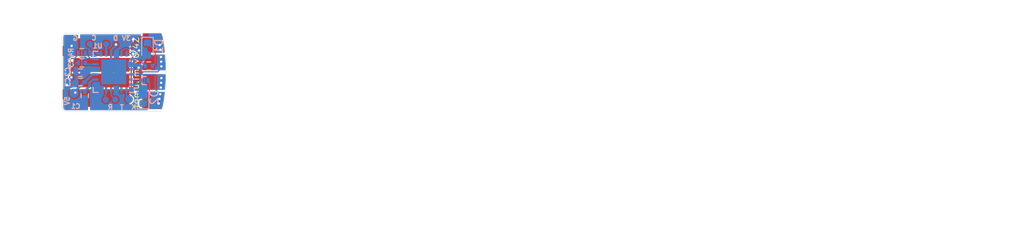
<source format=kicad_pcb>
(kicad_pcb (version 20211014) (generator pcbnew)
  (title_block (title "Tomu, I'm") (date "$Id$") (company "Tim 'mithro' Ansell <mithro@mithis.com>") (comment 1 "License: CC-BY-SA 4.0 or TAPR") (comment 2 "http://tomu.im") (comment 3 "https://github.com/mithro/tomu"))
  (layers (0 "F.Cu" signal) (31 "B.Cu" signal) (34 "B.Paste" user) (35 "F.Paste" user) (36 "B.SilkS" user "B.Silkscreen") (37 "F.SilkS" user "F.Silkscreen") (38 "B.Mask" user) (39 "F.Mask" user) (44 "Edge.Cuts" user))
  (net 0 "")
  (net 1 "GND")
  (net 2 "+3V3")
  (net 3 "/USB_5V")
  (net 4 "Net-(D1-Pad1)")
  (net 5 "Net-(D2-Pad1)")
  (net 6 "/DBG_SWDIO")
  (net 7 "/DBG_SWCLK")
  (net 8 "/USB_D+")
  (net 9 "/USB_D-")
  (net 10 "/DEC")
  (net 11 "/LED1")
  (net 12 "/LED0")
  (net 13 "/RUSB_D+")
  (net 14 "/RUSB_D-")
  (net 15 "/CAP0A")
  (net 16 "/CAP1A")
  (net 17 "/CAP0B")
  (net 18 "/CAP1B")
  (net 19 "/LEU0_RX")
  (net 20 "/LEU0_TX")
  (net 21 "/{slash}RESET")
  (footprint "usb-pcb:USB-PCB" (layer "F.Cu") (at 16.85 27.35)
    (fp_text reference "P3")
    (fp_text value "USB-PCB")
    (pad "1" connect rect locked (at 0.75 -2.875 180) (size 1 1) (layers "F.Cu" "F.Mask") (net 3 "/USB_5V"))
    (pad "1" connect trapezoid locked (at 0.75 -2.25 180) (size 1 1.25) (rect_delta 1 0) (layers "F.Cu" "F.Mask") (net 3 "/USB_5V"))
    (pad "1" connect rect locked (at 5 -2.25) (size 7.5 2.25) (layers "F.Cu" "F.Mask") (net 3 "/USB_5V"))
    (pad "2" connect rect locked (at 5 -4.5) (size 7.5 1.75) (layers "F.Cu" "F.Mask") (net 9 "/USB_D-"))
    (pad "3" connect rect locked (at 5 -6.5) (size 7.5 1.75) (layers "F.Cu" "F.Mask") (net 8 "/USB_D+"))
    (pad "4" connect rect locked (at 0.75 -8.125 180) (size 1 1) (layers "F.Cu" "F.Mask") (net 1 "GND"))
    (pad "4" connect trapezoid locked (at 0.75 -8.75 180) (size 1 1.25) (rect_delta 1 0) (layers "F.Cu" "F.Mask") (net 1 "GND"))
    (pad "4" connect rect locked (at 5 -8.75) (size 7.5 2.25) (layers "F.Cu" "F.Mask") (net 1 "GND"))
  )
  (footprint "Capacitors_SMD:C_0402" (layer "B.Cu") (at 19.9 24.8 90)
    (fp_text reference "C1" (at -1.3472 -1.1558 180) (layer "B.SilkS") (effects (font (size 0.6 0.6)) (justify mirror)))
    (fp_text value "1uF, 10V, X5R, 0402")
    (fp_line (start -0.25 -0.475) (end 0.25 -0.475) (layer "B.SilkS") (width 0.15))
    (fp_line (start 0.25 0.475) (end -0.25 0.475) (layer "B.SilkS") (width 0.15))
    (pad "1" smd rect locked (at -0.55 0 90) (size 0.6 0.5) (layers "B.Cu" "B.Paste" "B.Mask") (net 1 "GND"))
    (pad "2" smd rect locked (at 0.55 0 90) (size 0.6 0.5) (layers "B.Cu" "B.Paste" "B.Mask") (net 10 "/DEC"))
  )
  (footprint "Capacitors_SMD:C_0402" (layer "B.Cu") (at 19.35 21.85 180)
    (fp_text reference "C2" (at 1.6 0.1 270) (layer "B.SilkS") (effects (font (size 0.6 0.6)) (justify mirror)))
    (fp_text value "1uF, 10V, X5R, 0402")
    (fp_line (start 0.25 0.475) (end -0.25 0.475) (layer "B.SilkS") (width 0.15))
    (fp_line (start -0.25 -0.475) (end 0.25 -0.475) (layer "B.SilkS") (width 0.15))
    (pad "1" smd rect locked (at -0.55 0 180) (size 0.6 0.5) (layers "B.Cu" "B.Paste" "B.Mask") (net 2 "+3V3"))
    (pad "2" smd rect locked (at 0.55 0 180) (size 0.6 0.5) (layers "B.Cu" "B.Paste" "B.Mask") (net 1 "GND"))
  )
  (footprint "Capacitors_SMD:C_0402" (layer "B.Cu") (at 19.35 23.05 180)
    (fp_text reference "C3" (at 1.6 0 270) (layer "B.SilkS") (effects (font (size 0.6 0.6)) (justify mirror)))
    (fp_text value "4.7uF, 6.3V, X5R, 0402")
    (fp_line (start -0.25 -0.475) (end 0.25 -0.475) (layer "B.SilkS") (width 0.15))
    (fp_line (start 0.25 0.475) (end -0.25 0.475) (layer "B.SilkS") (width 0.15))
    (pad "1" smd rect locked (at -0.55 0 180) (size 0.6 0.5) (layers "B.Cu" "B.Paste" "B.Mask") (net 3 "/USB_5V"))
    (pad "2" smd rect locked (at 0.55 0 180) (size 0.6 0.5) (layers "B.Cu" "B.Paste" "B.Mask") (net 1 "GND"))
  )
  (footprint "LED_SMD:LED_0603_1608Metric" (layer "B.Cu") (at 27.899382 18.834298 -90)
    (fp_text reference "D1" (at -0.357898 -1.462018 -90) (layer "B.SilkS") (effects (justify mirror)))
    (fp_text value "LED Green 0603")
    (fp_line (start 0.8 0.735) (end -1.485 0.735) (layer "B.SilkS") (width 0.12))
    (fp_line (start -1.485 0.735) (end -1.485 -0.735) (layer "B.SilkS") (width 0.12))
    (fp_line (start -1.485 -0.735) (end 0.8 -0.735) (layer "B.SilkS") (width 0.12))
    (pad "1" smd roundrect (at -0.7875 0 270) (size 0.875 0.95) (layers "B.Cu" "B.Paste" "B.Mask") (net 4 "Net-(D1-Pad1)"))
    (pad "2" smd roundrect (at 0.7875 0 270) (size 0.875 0.95) (layers "B.Cu" "B.Paste" "B.Mask") (net 2 "+3V3"))
  )
  (footprint "LED_SMD:LED_0603_1608Metric" (layer "B.Cu") (at 27.331587 24.999329 90)
    (fp_text reference "D2" (at 0 1.43 270) (layer "B.SilkS") (effects (justify mirror)))
    (fp_text value "LED, Red, 0603")
    (fp_line (start -1.485 0.735) (end -1.485 -0.735) (layer "B.SilkS") (width 0.12))
    (fp_line (start 0.8 0.735) (end -1.485 0.735) (layer "B.SilkS") (width 0.12))
    (fp_line (start -1.485 -0.735) (end 0.8 -0.735) (layer "B.SilkS") (width 0.12))
    (pad "1" smd roundrect (at -0.7875 0 90) (size 0.875 0.95) (layers "B.Cu" "B.Paste" "B.Mask") (net 5 "Net-(D2-Pad1)"))
    (pad "2" smd roundrect (at 0.7875 0 90) (size 0.875 0.95) (layers "B.Cu" "B.Paste" "B.Mask") (net 2 "+3V3"))
  )
  (footprint "Resistors_SMD:R_0402" (layer "B.Cu") (at 28.0777 21.009781)
    (fp_text reference "R1" hide)
    (fp_text value "100 Ohm, 1%, 1/16W, 0402")
    (fp_line (start 0.25 0.525) (end -0.25 0.525) (layer "B.SilkS") (width 0.15))
    (fp_line (start -0.25 -0.525) (end 0.25 -0.525) (layer "B.SilkS") (width 0.15))
    (pad "1" smd rect locked (at -0.45 0) (size 0.4 0.6) (layers "B.Cu" "B.Paste" "B.Mask") (net 11 "/LED1"))
    (pad "2" smd rect locked (at 0.45 0) (size 0.4 0.6) (layers "B.Cu" "B.Paste" "B.Mask") (net 4 "Net-(D1-Pad1)"))
  )
  (footprint "Resistors_SMD:R_0402" (layer "B.Cu") (at 27.5 22.86 180)
    (fp_text reference "R2" hide)
    (fp_text value "100 Ohm, 1%, 1/16W, 0402")
    (fp_line (start 0.25 0.525) (end -0.25 0.525) (layer "B.SilkS") (width 0.15))
    (fp_line (start -0.25 -0.525) (end 0.25 -0.525) (layer "B.SilkS") (width 0.15))
    (pad "1" smd rect locked (at -0.45 0 180) (size 0.4 0.6) (layers "B.Cu" "B.Paste" "B.Mask") (net 5 "Net-(D2-Pad1)"))
    (pad "2" smd rect locked (at 0.45 0 180) (size 0.4 0.6) (layers "B.Cu" "B.Paste" "B.Mask") (net 12 "/LED0"))
  )
  (footprint "Resistors_SMD:R_0402" (layer "B.Cu") (at 19.525 20.6)
    (fp_text reference "R3" (at -1.375 0 90) (layer "B.SilkS") (effects (font (size 0.6 0.6)) (justify mirror)))
    (fp_text value "15 Ohm, 1%, 1/16W, 0402")
    (fp_line (start 0.25 0.525) (end -0.25 0.525) (layer "B.SilkS") (width 0.15))
    (fp_line (start -0.25 -0.525) (end 0.25 -0.525) (layer "B.SilkS") (width 0.15))
    (pad "1" smd rect locked (at -0.45 0) (size 0.4 0.6) (layers "B.Cu" "B.Paste" "B.Mask") (net 9 "/USB_D-"))
    (pad "2" smd rect locked (at 0.45 0) (size 0.4 0.6) (layers "B.Cu" "B.Paste" "B.Mask") (net 14 "/RUSB_D-"))
  )
  (footprint "Resistors_SMD:R_0402" (layer "B.Cu") (at 19.525 19.3)
    (fp_text reference "R4" (at -1.375 0 90) (layer "B.SilkS") (effects (font (size 0.6 0.6)) (justify mirror)))
    (fp_text value "15 Ohm, 1%, 1/16W, 0402")
    (fp_line (start 0.25 0.525) (end -0.25 0.525) (layer "B.SilkS") (width 0.15))
    (fp_line (start -0.25 -0.525) (end 0.25 -0.525) (layer "B.SilkS") (width 0.15))
    (pad "1" smd rect locked (at -0.45 0) (size 0.4 0.6) (layers "B.Cu" "B.Paste" "B.Mask") (net 8 "/USB_D+"))
    (pad "2" smd rect locked (at 0.45 0) (size 0.4 0.6) (layers "B.Cu" "B.Paste" "B.Mask") (net 13 "/RUSB_D+"))
  )
  (footprint "Housings_DFN_QFN:QFN-24-1EP_5x5mm_Pitch0.65mm" (layer "B.Cu") (at 23.6 21.75 180)
    (fp_text reference "U1" (at 2.05 3.31) (layer "B.SilkS") (effects (font (size 0.6 0.6)) (justify mirror)))
    (fp_text value "EFM32HG309")
    (fp_line (start -2.625 -2.625) (end -2.625 -2) (layer "B.SilkS") (width 0.15))
    (fp_line (start 2.625 -2.625) (end 2.625 -2) (layer "B.SilkS") (width 0.15))
    (fp_line (start 2.625 2.625) (end 2 2.625) (layer "B.SilkS") (width 0.15))
    (fp_line (start 2.625 2.625) (end 2.625 2) (layer "B.SilkS") (width 0.15))
    (fp_line (start 2.625 -2.625) (end 2 -2.625) (layer "B.SilkS") (width 0.15))
    (fp_line (start -2.625 -2.625) (end -2 -2.625) (layer "B.SilkS") (width 0.15))
    (fp_line (start -2.625 2.625) (end -2 2.625) (layer "B.SilkS") (width 0.15))
    (pad "1" smd rect locked (at -2.325 1.625 180) (size 0.75 0.3) (layers "B.Cu" "B.Paste" "B.Mask") (net 11 "/LED1"))
    (pad "2" smd rect locked (at -2.325 0.975 180) (size 0.75 0.3) (layers "B.Cu" "B.Paste" "B.Mask") (net 2 "+3V3"))
    (pad "3" smd rect locked (at -2.325 0.325 180) (size 0.75 0.3) (layers "B.Cu" "B.Paste" "B.Mask") (net 15 "/CAP0A"))
    (pad "4" smd rect locked (at -2.325 -0.325 180) (size 0.75 0.3) (layers "B.Cu" "B.Paste" "B.Mask") (net 16 "/CAP1A"))
    (pad "5" smd rect locked (at -2.325 -0.975 180) (size 0.75 0.3) (layers "B.Cu" "B.Paste" "B.Mask") (net 12 "/LED0"))
    (pad "6" smd rect locked (at -2.325 -1.625 180) (size 0.75 0.3) (layers "B.Cu" "B.Paste" "B.Mask"))
    (pad "7" smd rect locked (at -1.625 -2.325 90) (size 0.75 0.3) (layers "B.Cu" "B.Paste" "B.Mask") (net 21 "/{slash}RESET"))
    (pad "8" smd rect locked (at -0.975 -2.325 90) (size 0.75 0.3) (layers "B.Cu" "B.Paste" "B.Mask"))
    (pad "9" smd rect locked (at -0.325 -2.325 90) (size 0.75 0.3) (layers "B.Cu" "B.Paste" "B.Mask") (net 2 "+3V3"))
    (pad "10" smd rect locked (at 0.325 -2.325 90) (size 0.75 0.3) (layers "B.Cu" "B.Paste" "B.Mask") (net 20 "/LEU0_TX"))
    (pad "11" smd rect locked (at 0.975 -2.325 90) (size 0.75 0.3) (layers "B.Cu" "B.Paste" "B.Mask") (net 19 "/LEU0_RX"))
    (pad "12" smd rect locked (at 1.625 -2.325 90) (size 0.75 0.3) (layers "B.Cu" "B.Paste" "B.Mask") (net 2 "+3V3"))
    (pad "13" smd rect locked (at 2.325 -1.625 180) (size 0.75 0.3) (layers "B.Cu" "B.Paste" "B.Mask") (net 2 "+3V3"))
    (pad "14" smd rect locked (at 2.325 -0.975 180) (size 0.75 0.3) (layers "B.Cu" "B.Paste" "B.Mask") (net 10 "/DEC"))
    (pad "15" smd rect locked (at 2.325 -0.325 180) (size 0.75 0.3) (layers "B.Cu" "B.Paste" "B.Mask") (net 3 "/USB_5V"))
    (pad "16" smd rect locked (at 2.325 0.325 180) (size 0.75 0.3) (layers "B.Cu" "B.Paste" "B.Mask") (net 2 "+3V3"))
    (pad "17" smd rect locked (at 2.325 0.975 180) (size 0.75 0.3) (layers "B.Cu" "B.Paste" "B.Mask") (net 14 "/RUSB_D-"))
    (pad "18" smd rect locked (at 2.325 1.625 180) (size 0.75 0.3) (layers "B.Cu" "B.Paste" "B.Mask") (net 13 "/RUSB_D+"))
    (pad "19" smd rect locked (at 1.625 2.325 90) (size 0.75 0.3) (layers "B.Cu" "B.Paste" "B.Mask") (net 7 "/DBG_SWCLK"))
    (pad "20" smd rect locked (at 0.975 2.325 90) (size 0.75 0.3) (layers "B.Cu" "B.Paste" "B.Mask") (net 6 "/DBG_SWDIO"))
    (pad "21" smd rect locked (at 0.325 2.325 90) (size 0.75 0.3) (layers "B.Cu" "B.Paste" "B.Mask") (net 1 "GND"))
    (pad "22" smd rect locked (at -0.325 2.325 90) (size 0.75 0.3) (layers "B.Cu" "B.Paste" "B.Mask") (net 2 "+3V3"))
    (pad "23" smd rect locked (at -0.975 2.325 90) (size 0.75 0.3) (layers "B.Cu" "B.Paste" "B.Mask") (net 17 "/CAP0B"))
    (pad "24" smd rect locked (at -1.625 2.325 90) (size 0.75 0.3) (layers "B.Cu" "B.Paste" "B.Mask") (net 18 "/CAP1B"))
    (pad "25" smd rect locked (at -0.8 0.8 180) (size 1.6 1.6) (layers "B.Cu" "B.Paste" "B.Mask") (net 1 "GND"))
    (pad "25" smd rect locked (at -0.8 -0.8 180) (size 1.6 1.6) (layers "B.Cu" "B.Paste" "B.Mask") (net 1 "GND"))
    (pad "25" smd rect locked (at 0.8 0.8 180) (size 1.6 1.6) (layers "B.Cu" "B.Paste" "B.Mask") (net 1 "GND"))
    (pad "25" smd rect locked (at 0.8 -0.8 180) (size 1.6 1.6) (layers "B.Cu" "B.Paste" "B.Mask") (net 1 "GND"))
  )
  (footprint "usb-pcb:pads-1x3" (layer "B.Cu") (at 18.033983 18.209869 -90)
    (fp_text reference "P2")
    (fp_text value "DEBUG")
    (pad "1" smd rect (at 0 0 270) (size 0.8 0.8) (layers "B.Cu" "B.Mask") (net 1 "GND"))
    (pad "2" smd oval (at -0.017355 -2.504737 270) (size 0.8 0.8) (layers "B.Cu" "B.Mask") (net 7 "/DBG_SWCLK"))
    (pad "3" smd oval (at -0.017355 -4.595925 270) (size 0.8 0.8) (layers "B.Cu" "B.Mask") (net 6 "/DBG_SWDIO"))
  )
  (footprint "usb-pcb:pads-1x1" (layer "B.Cu") (at 25.55 22.85 180)
    (fp_text reference "P4")
    (fp_text value "RESET_PAD")
    (pad "1" smd oval locked (at 0 -2.4 180) (size 1 1) (layers "B.Cu" "B.Mask") (net 21 "/{slash}RESET"))
  )
  (footprint "usb-pcb:pads-1x3-slim" (layer "B.Cu") (at 21.425425 25.311314 -90)
    (fp_text reference "P1")
    (fp_text value "USART0")
    (pad "1" smd rect (at -0.013284 0.035085 270) (size 0.8 0.8) (layers "B.Cu" "B.Mask") (net 2 "+3V3"))
    (pad "2" smd oval (at 0.015143 -1.165799 270) (size 0.8 0.8) (layers "B.Cu" "B.Mask") (net 19 "/LEU0_RX"))
    (pad "3" smd oval (at -0.015051 -2.366049 270) (size 0.8 0.8) (layers "B.Cu" "B.Mask") (net 20 "/LEU0_TX"))
  )
  (footprint "usb-pcb:pads-1x1" (layer "B.Cu") (at 20.92 24.49 90)
    (fp_text reference "P5")
    (fp_text value "5V_PAD")
    (pad "1" smd oval locked (at 0 -2.4 90) (size 1.2 1.2) (layers "B.Cu" "B.Mask") (net 3 "/USB_5V"))
  )
  (footprint "usb-pcb:pads-1x1" (layer "B.Cu") (at 25.31 18.22)
    (fp_text reference "P6")
    (fp_text value "3V_PAD")
    (pad "1" smd oval locked (at 0 0) (size 0.8 0.6) (layers "B.Cu" "B.Mask") (net 2 "+3V3"))
  )
  (gr_circle (center 26.5 19.4) (end 26.58 19.46) (layer "B.SilkS") (width 0.2) (fill none))
  (gr_line (start 30.198221 20.316525) (end 30.198221 20.186525) (layer "Edge.Cuts") (width 0.05))
  (gr_line locked (start 29.908221 17.706525) (end 29.888221 17.562) (layer "Edge.Cuts") (width 0.05))
  (gr_line (start 29.958221 17.996525) (end 29.948221 17.896525) (layer "Edge.Cuts") (width 0.05))
  (gr_line (start 30.218221 22.856525) (end 30.228221 22.726525) (layer "Edge.Cuts") (width 0.05))
  (gr_line (start 30.228221 22.726525) (end 30.228221 22.596525) (layer "Edge.Cuts") (width 0.05))
  (gr_line (start 29.868221 26.036525) (end 29.888221 25.946525) (layer "Edge.Cuts") (width 0.05))
  (gr_arc (start 17.017 17.308) (mid 17.16579 16.94879) (end 17.525001 16.8) (layer "Edge.Cuts") (width 0.05))
  (gr_line (start 30.028221 18.406525) (end 30.008221 18.296525) (layer "Edge.Cuts") (width 0.05))
  (gr_line (start 30.218221 20.716525) (end 30.218221 20.576525) (layer "Edge.Cuts") (width 0.05))
  (gr_line (start 30.108221 24.496525) (end 30.118221 24.376525) (layer "Edge.Cuts") (width 0.05))
  (gr_line (start 29.8186 17.2064) (end 29.7678 17.054) (layer "Edge.Cuts") (width 0.05))
  (gr_line (start 30.208221 23.126525) (end 30.218221 22.996525) (layer "Edge.Cuts") (width 0.05))
  (gr_line (start 30.228221 20.846525) (end 30.218221 20.716525) (layer "Edge.Cuts") (width 0.05))
  (gr_line (start 30.188221 23.516525) (end 30.198221 23.386525) (layer "Edge.Cuts") (width 0.05))
  (gr_line (start 30.068221 18.726525) (end 30.058221 18.616525) (layer "Edge.Cuts") (width 0.05))
  (gr_line (start 29.717 16.9016) (end 29.6662 16.8) (layer "Edge.Cuts") (width 0.05))
  (gr_line (start 30.188221 20.056525) (end 30.178221 19.936525) (layer "Edge.Cuts") (width 0.05))
  (gr_line (start 30.218221 20.576525) (end 30.208221 20.446525) (layer "Edge.Cuts") (width 0.05))
  (gr_line (start 17.017 17.308006) (end 17.017 26.300006) (layer "Edge.Cuts") (width 0.05))
  (gr_line (start 29.978221 25.476525) (end 29.998221 25.376525) (layer "Edge.Cuts") (width 0.05))
  (gr_line (start 29.978221 18.096525) (end 29.958221 17.996525) (layer "Edge.Cuts") (width 0.05))
  (gr_line (start 30.228221 22.456525) (end 30.238221 22.326525) (layer "Edge.Cuts") (width 0.05))
  (gr_line (start 30.198221 23.386525) (end 30.198221 23.256525) (layer "Edge.Cuts") (width 0.05))
  (gr_line (start 29.7678 17.054) (end 29.717 16.9016) (layer "Edge.Cuts") (width 0.05))
  (gr_line (start 29.798221 26.356525) (end 29.818221 26.286525) (layer "Edge.Cuts") (width 0.05))
  (gr_line (start 29.838221 26.206525) (end 29.858221 26.126525) (layer "Edge.Cuts") (width 0.05))
  (gr_line (start 29.768221 26.436525) (end 29.798221 26.356525) (layer "Edge.Cuts") (width 0.05))
  (gr_line (start 30.078221 24.726525) (end 30.098221 24.616525) (layer "Edge.Cuts") (width 0.05))
  (gr_line (start 30.228221 20.976525) (end 30.228221 20.846525) (layer "Edge.Cuts") (width 0.05))
  (gr_line (start 30.158221 19.686525) (end 30.148221 19.556525) (layer "Edge.Cuts") (width 0.05))
  (gr_line (start 30.138221 19.436525) (end 30.128221 19.316525) (layer "Edge.Cuts") (width 0.05))
  (gr_line (start 30.128221 24.256525) (end 30.138221 24.136525) (layer "Edge.Cuts") (width 0.05))
  (gr_line (start 30.238221 21.656525) (end 30.238221 21.516525) (layer "Edge.Cuts") (width 0.05))
  (gr_line (start 30.238221 21.516525) (end 30.238221 21.386525) (layer "Edge.Cuts") (width 0.05))
  (gr_line (start 30.198221 20.186525) (end 30.188221 20.056525) (layer "Edge.Cuts") (width 0.05))
  (gr_line (start 30.038221 18.506525) (end 30.028221 18.406525) (layer "Edge.Cuts") (width 0.05))
  (gr_line (start 30.008221 18.296525) (end 29.998221 18.196525) (layer "Edge.Cuts") (width 0.05))
  (gr_line (start 30.238221 22.056525) (end 30.238221 21.916525) (layer "Edge.Cuts") (width 0.05))
  (gr_line (start 29.888221 17.562) (end 29.8694 17.3588) (layer "Edge.Cuts") (width 0.05))
  (gr_line (start 29.525 26.8076) (end 29.738221 26.486525) (layer "Edge.Cuts") (width 0.05))
  (gr_line (start 30.228221 21.116525) (end 30.228221 20.976525) (layer "Edge.Cuts") (width 0.05))
  (gr_line (start 29.998221 18.196525) (end 29.978221 18.096525) (layer "Edge.Cuts") (width 0.05))
  (gr_line (start 30.038221 25.066525) (end 30.058221 24.956525) (layer "Edge.Cuts") (width 0.05))
  (gr_line (start 30.238221 21.246525) (end 30.228221 21.116525) (layer "Edge.Cuts") (width 0.05))
  (gr_line (start 29.998221 25.376525) (end 30.008221 25.276525) (layer "Edge.Cuts") (width 0.05))
  (gr_line (start 29.738221 26.486525) (end 29.768221 26.436525) (layer "Edge.Cuts") (width 0.05))
  (gr_line (start 30.138221 24.136525) (end 30.148221 24.016525) (layer "Edge.Cuts") (width 0.05))
  (gr_line (start 29.948221 25.676525) (end 29.958221 25.576525) (layer "Edge.Cuts") (width 0.05))
  (gr_line (start 30.238221 21.916525) (end 30.238221 21.786525) (layer "Edge.Cuts") (width 0.05))
  (gr_line (start 29.888221 25.946525) (end 29.908221 25.866525) (layer "Edge.Cuts") (width 0.05))
  (gr_line (start 29.8694 17.3588) (end 29.8186 17.2064) (layer "Edge.Cuts") (width 0.05))
  (gr_line (start 30.068221 24.846525) (end 30.078221 24.726525) (layer "Edge.Cuts") (width 0.05))
  (gr_line (start 30.078221 18.846525) (end 30.068221 18.726525) (layer "Edge.Cuts") (width 0.05))
  (gr_line (start 29.958221 25.576525) (end 29.978221 25.476525) (layer "Edge.Cuts") (width 0.05))
  (gr_line (start 17.525 16.8) (end 29.6662 16.8) (layer "Edge.Cuts") (width 0.05))
  (gr_line (start 30.178221 23.636525) (end 30.188221 23.516525) (layer "Edge.Cuts") (width 0.05))
  (gr_line (start 30.108221 19.076525) (end 30.098221 18.956525) (layer "Edge.Cuts") (width 0.05))
  (gr_line (start 29.908221 25.866525) (end 29.928221 25.766525) (layer "Edge.Cuts") (width 0.05))
  (gr_line (start 30.218221 22.996525) (end 30.218221 22.856525) (layer "Edge.Cuts") (width 0.05))
  (gr_line (start 29.818221 26.286525) (end 29.838221 26.206525) (layer "Edge.Cuts") (width 0.05))
  (gr_line (start 30.118221 19.196525) (end 30.108221 19.076525) (layer "Edge.Cuts") (width 0.05))
  (gr_line (start 29.928221 17.806525) (end 29.908221 17.706525) (layer "Edge.Cuts") (width 0.05))
  (gr_line (start 30.178221 19.936525) (end 30.168221 19.806525) (layer "Edge.Cuts") (width 0.05))
  (gr_line (start 30.168221 23.766525) (end 30.178221 23.636525) (layer "Edge.Cuts") (width 0.05))
  (gr_line (start 30.198221 23.256525) (end 30.208221 23.126525) (layer "Edge.Cuts") (width 0.05))
  (gr_line (start 29.948221 17.896525) (end 29.928221 17.806525) (layer "Edge.Cuts") (width 0.05))
  (gr_line (start 29.928221 25.766525) (end 29.948221 25.676525) (layer "Edge.Cuts") (width 0.05))
  (gr_line (start 29.858221 26.126525) (end 29.868221 26.036525) (layer "Edge.Cuts") (width 0.05))
  (gr_line (start 30.148221 24.016525) (end 30.158221 23.886525) (layer "Edge.Cuts") (width 0.05))
  (gr_line (start 17.525 26.8076) (end 29.525 26.8076) (layer "Edge.Cuts") (width 0.05))
  (gr_line (start 30.118221 24.376525) (end 30.128221 24.256525) (layer "Edge.Cuts") (width 0.05))
  (gr_arc (start 17.525 26.8076) (mid 17.165874 26.659013) (end 17.017 26.300006) (layer "Edge.Cuts") (width 0.05))
  (gr_line (start 30.228221 22.596525) (end 30.228221 22.456525) (layer "Edge.Cuts") (width 0.05))
  (gr_line (start 30.238221 21.386525) (end 30.238221 21.246525) (layer "Edge.Cuts") (width 0.05))
  (gr_line (start 30.128221 19.316525) (end 30.118221 19.196525) (layer "Edge.Cuts") (width 0.05))
  (gr_line (start 30.238221 22.326525) (end 30.238221 22.186525) (layer "Edge.Cuts") (width 0.05))
  (gr_line (start 30.238221 22.186525) (end 30.238221 22.056525) (layer "Edge.Cuts") (width 0.05))
  (gr_line (start 30.148221 19.556525) (end 30.138221 19.436525) (layer "Edge.Cuts") (width 0.05))
  (gr_line (start 30.098221 18.956525) (end 30.078221 18.846525) (layer "Edge.Cuts") (width 0.05))
  (gr_line (start 30.098221 24.616525) (end 30.108221 24.496525) (layer "Edge.Cuts") (width 0.05))
  (gr_line (start 30.238221 21.786525) (end 30.238221 21.656525) (layer "Edge.Cuts") (width 0.05))
  (gr_line (start 30.008221 25.276525) (end 30.028221 25.166525) (layer "Edge.Cuts") (width 0.05))
  (gr_line (start 30.168221 19.806525) (end 30.158221 19.686525) (layer "Edge.Cuts") (width 0.05))
  (gr_line (start 30.058221 24.956525) (end 30.068221 24.846525) (layer "Edge.Cuts") (width 0.05))
  (gr_line (start 30.158221 23.886525) (end 30.168221 23.766525) (layer "Edge.Cuts") (width 0.05))
  (gr_line (start 30.208221 20.446525) (end 30.198221 20.316525) (layer "Edge.Cuts") (width 0.05))
  (gr_line (start 30.058221 18.616525) (end 30.038221 18.506525) (layer "Edge.Cuts") (width 0.05))
  (gr_line (start 30.028221 25.166525) (end 30.038221 25.066525) (layer "Edge.Cuts") (width 0.05))
  (gr_text "T" (at 24.637 26.281499) (layer "B.SilkS") (effects (font (size 0.6 0.6)) (justify mirror)))
  (gr_text "C" (at 21.081 17.4096) (layer "B.SilkS") (effects (font (size 0.6 0.6)) (justify mirror)))
  (gr_text "D" (at 23.8242 17.4604) (layer "B.SilkS") (effects (font (size 0.6 0.6)) (justify mirror)))
  (gr_text "X" (at 26.149703 26.227919) (layer "B.SilkS") (effects (font (size 0.6 0.6)) (justify mirror)))
  (gr_text "3V" (at 25.1958 17.4604) (layer "B.SilkS") (effects (font (size 0.6 0.6)) (justify mirror)))
  (gr_text "G" (at 18.6934 17.4604) (layer "B.SilkS") (effects (font (size 0.6 0.6)) (justify mirror)))
  (gr_text "5V" (at 17.67 25.46 90) (layer "B.SilkS") (effects (font (size 0.6 0.6)) (justify mirror)))
  (gr_text "R" (at 23.1638 26.2488) (layer "B.SilkS") (effects (font (size 0.6 0.6)) (justify mirror)))
  (gr_text "tomu.im v0.4Z" (at 26.451169 26.448408 90) (layer "F.SilkS") (effects (font (size 0.7 0.84) (thickness 0.1)) (justify left)))
  (segment (start 17.45 19.2) (end 18.225 18.425) (width 0.1524) (layer "F.Cu") (net 1))
  (segment (start 18.2 18.45) (end 18.225 18.425) (width 0.1524) (layer "F.Cu") (net 1))
  (segment (start 18.225 18.425) (end 18.225 18.6) (width 0.1524) (layer "F.Cu") (net 1))
  (segment (start 17.6 18.45) (end 18.2 18.45) (width 0.1524) (layer "F.Cu") (net 1))
  (segment (start 18.225 18.6) (end 17.6 19.225) (width 0.1524) (layer "F.Cu") (net 1))
  (segment (start 17.647598 23.45) (end 17.45 23.252402) (width 0.5) (layer "F.Cu") (net 1))
  (segment (start 21.7 18.6) (end 21.525 18.425) (width 0.1524) (layer "F.Cu") (net 1))
  (segment (start 21.525 18.425) (end 18.225 18.425) (width 0.1524) (layer "F.Cu") (net 1))
  (segment (start 17.45 23.252402) (end 17.45 19.2) (width 0.5) (layer "F.Cu") (net 1))
  (via (at 23.88 18.26) (size 0.6) (drill 0.3) (layers "F.Cu" "B.Cu") (net 1))
  (via (at 17.647598 23.45) (size 0.6) (drill 0.3) (layers "F.Cu" "B.Cu") (net 1))
  (via (at 18.225 18.425) (size 0.6) (drill 0.3) (layers "F.Cu" "B.Cu") (net 1))
  (segment (start 18.725 23.05) (end 17.425 23.05) (width 0.1524) (layer "B.Cu") (net 1))
  (segment (start 17.647598 24.673928) (end 17.647598 23.45) (width 0.1524) (layer "B.Cu") (net 1))
  (segment (start 23.891091 18.37) (end 23.891091 18.29434) (width 0.3048) (layer "B.Cu") (net 1))
  (segment (start 18.047598 23.05) (end 17.647598 23.45) (width 0.1524) (layer "B.Cu") (net 1))
  (segment (start 22.8 20.95) (end 24.4 20.95) (width 0.1524) (layer "B.Cu") (net 1))
  (segment (start 23.275 18.986091) (end 23.891091 18.37) (width 0.3048) (layer "B.Cu") (net 1))
  (segment (start 17.925001 18.724999) (end 17.925001 18.924999) (width 0.1524) (layer "B.Cu") (net 1))
  (segment (start 23.275 19.425) (end 23.275 20.475) (width 0.3048) (layer "B.Cu") (net 1))
  (segment (start 17.975 18.175) (end 18.225 18.425) (width 0.1524) (layer "B.Cu") (net 1))
  (segment (start 18.8 23.05) (end 18.047598 23.05) (width 0.1524) (layer "B.Cu") (net 1))
  (segment (start 23.275 19.425) (end 23.275 18.986091) (width 0.3048) (layer "B.Cu") (net 1))
  (segment (start 18.725 21.85) (end 18.725 23.05) (width 0.1524) (layer "B.Cu") (net 1))
  (segment (start 23.275 20.475) (end 22.8 20.95) (width 0.1524) (layer "B.Cu") (net 1))
  (segment (start 24.4 20.95) (end 24.4 22.55) (width 0.1524) (layer "B.Cu") (net 1))
  (segment (start 17.975 17.9) (end 17.975 18.175) (width 0.1524) (layer "B.Cu") (net 1))
  (segment (start 24.4 22.55) (end 22.8 22.55) (width 0.1524) (layer "B.Cu") (net 1))
  (segment (start 17.925001 18.724999) (end 18.225 18.425) (width 0.1524) (layer "B.Cu") (net 1))
  (segment (start 23.255 20.495) (end 22.8 20.95) (width 0.1524) (layer "B.Cu") (net 1))
  (segment (start 26.777645 21.218159) (end 26.55 21.445804) (width 0.6) (layer "F.Cu") (net 2))
  (segment (start 26.356701 24.315711) (end 26.356701 24.306701) (width 0.1524) (layer "F.Cu") (net 2))
  (segment (start 26.55 21.445804) (end 26.55 23.95) (width 0.6) (layer "F.Cu") (net 2))
  (segment (start 26.356701 24.315711) (end 26.356701 24.143299) (width 0.1524) (layer "F.Cu") (net 2))
  (segment (start 26.057713 17.613319) (end 26.052402 17.588867) (width 0.6) (layer "F.Cu") (net 2))
  (segment (start 26.777645 21.218159) (end 26.777645 20.824801) (width 0.1524) (layer "F.Cu") (net 2))
  (segment (start 26.55 23.95) (end 26.5 24) (width 0.6) (layer "F.Cu") (net 2))
  (segment (start 26.057713 17.613319) (end 26.057713 18.251005) (width 0.1524) (layer "F.Cu") (net 2))
  (segment (start 26.777645 20.824801) (end 27.301223 20.301223) (width 0.1524) (layer "F.Cu") (net 2))
  (segment (start 26.356701 24.143299) (end 26.5 24) (width 0.1524) (layer "F.Cu") (net 2))
  (segment (start 26.057713 18.251005) (end 26.819323 19.012615) (width 0.1524) (layer "F.Cu") (net 2))
  (via (at 26.819323 19.012615) (size 0.6) (drill 0.3) (layers "F.Cu" "B.Cu") (net 2))
  (via (at 26.057713 17.613319) (size 0.6) (drill 0.3) (layers "F.Cu" "B.Cu") (net 2))
  (via (at 26.356701 24.315711) (size 0.6) (drill 0.3) (layers "F.Cu" "B.Cu") (net 2))
  (via (at 26.777645 21.218159) (size 0.6) (drill 0.3) (layers "F.Cu" "B.Cu") (net 2))
  (via (at 26.057713 17.613319) (size 0.6) (drill 0.3) (layers "F.Cu" "B.Cu") (net 2))
  (segment (start 23.95 24.55) (end 23.95 24.1) (width 0.1524) (layer "B.Cu") (net 2))
  (segment (start 19.825 21.85) (end 20.275 21.85) (width 0.1524) (layer "B.Cu") (net 2))
  (segment (start 21.975 24.075) (end 21.975 24.175) (width 0.1524) (layer "B.Cu") (net 2))
  (segment (start 21.975 24.175) (end 21.678601 24.471399) (width 0.1524) (layer "B.Cu") (net 2))
  (segment (start 21.295 24.39) (end 21.295 24.07) (width 0.1524) (layer "B.Cu") (net 2))
  (segment (start 20.7 21.425) (end 21.275 21.425) (width 0.1524) (layer "B.Cu") (net 2))
  (segment (start 21.295 24.07) (end 21.295 23.395) (width 0.1524) (layer "B.Cu") (net 2))
  (segment (start 21.295 23.395) (end 21.275 23.375) (width 0.1524) (layer "B.Cu") (net 2))
  (segment (start 21.75 24.35) (end 21.975 24.125) (width 0.1524) (layer "B.Cu") (net 2))
  (segment (start 24.303601 24.678601) (end 24.175 24.55) (width 0.1524) (layer "B.Cu") (net 2))
  (segment (start 23.95 24.1) (end 23.925 24.075) (width 0.1524) (layer "B.Cu") (net 2))
  (segment (start 23.925 24.1984) (end 23.925 24.075) (width 0.1524) (layer "B.Cu") (net 2))
  (segment (start 21.75 24.15) (end 21.75 24.35) (width 0.1524) (layer "B.Cu") (net 2))
  (segment (start 21.295 24.07) (end 21.97 24.07) (width 0.1524) (layer "B.Cu") (net 2))
  (segment (start 21.478601 24.471399) (end 21.307202 24.3) (width 0.1524) (layer "B.Cu") (net 2))
  (segment (start 20.275 21.85) (end 20.7 21.425) (width 0.1524) (layer "B.Cu") (net 2))
  (segment (start 21.97 24.07) (end 21.975 24.075) (width 0.1524) (layer "B.Cu") (net 2))
  (segment (start 23.925 19.116534) (end 25.428215 17.613319) (width 0.1524) (layer "B.Cu") (net 2))
  (segment (start 25.428215 17.613319) (end 25.633449 17.613319) (width 0.1524) (layer "B.Cu") (net 2))
  (segment (start 23.925 19.425) (end 23.925 19.05) (width 0.4) (layer "B.Cu") (net 2))
  (segment (start 21.975 24.125) (end 21.975 24.075) (width 0.1524) (layer "B.Cu") (net 2))
  (segment (start 24.175 24.55) (end 23.95 24.55) (width 0.1524) (layer "B.Cu") (net 2))
  (segment (start 19.9 21.85) (end 19.535 21.485) (width 0.1524) (layer "B.Cu") (net 2))
  (segment (start 21.678601 24.471399) (end 21.478601 24.471399) (width 0.1524) (layer "B.Cu") (net 2))
  (segment (start 23.925 19.425) (end 23.925 19.116534) (width 0.1524) (layer "B.Cu") (net 2))
  (segment (start 25.633449 17.613319) (end 26.057713 17.613319) (width 0.1524) (layer "B.Cu") (net 2))
  (segment (start 17.775 25.2) (end 22.025 25.2) (width 0.1524) (layer "F.Cu") (net 3))
  (segment (start 17.775 24.425) (end 17.775 25.2) (width 0.1524) (layer "F.Cu") (net 3))
  (segment (start 17.8 25.175) (end 17.775 25.2) (width 0.1524) (layer "F.Cu") (net 3))
  (via (at 18.7 24.4) (size 0.6) (drill 0.3) (layers "F.Cu" "B.Cu") (net 3))
  (segment (start 18.7 24.2) (end 18.7 24.4) (width 0.1524) (layer "B.Cu") (net 3))
  (segment (start 20.875 22.075) (end 19.9 23.05) (width 0.3048) (layer "B.Cu") (net 3))
  (segment (start 19.825 23.05) (end 19.775 23.05) (width 0.1524) (layer "B.Cu") (net 3))
  (segment (start 19.85 23.05) (end 18.7 24.2) (width 0.3048) (layer "B.Cu") (net 3))
  (segment (start 20.025 23.05) (end 19.825 23.05) (width 0.1524) (layer "B.Cu") (net 3))
  (segment (start 19.925 23.2) (end 19.875 23.2) (width 0.1524) (layer "B.Cu") (net 3))
  (segment (start 19.9 23.05) (end 19.85 23.05) (width 0.1524) (layer "B.Cu") (net 3))
  (segment (start 21.275 22.075) (end 20.875 22.075) (width 0.3048) (layer "B.Cu") (net 3))
  (segment (start 27.899382 18.046798) (end 28.897964 19.04538) (width 0.1524) (layer "B.Cu") (net 4))
  (segment (start 28.645419 21.009781) (end 28.5277 21.009781) (width 0.1524) (layer "B.Cu") (net 4))
  (segment (start 28.897964 19.04538) (end 28.897964 20.757236) (width 0.1524) (layer "B.Cu") (net 4))
  (segment (start 28.897964 20.757236) (end 28.645419 21.009781) (width 0.1524) (layer "B.Cu") (net 4))
  (segment (start 27.95 22.86) (end 28.152397 23.062397) (width 0.1524) (layer "B.Cu") (net 5))
  (segment (start 28.153833 25.156727) (end 27.513824 25.796736) (width 0.1524) (layer "B.Cu") (net 5))
  (segment (start 28.153833 24.536626) (end 28.153833 25.156727) (width 0.1524) (layer "B.Cu") (net 5))
  (segment (start 27.513824 25.796736) (end 27.430653 25.796736) (width 0.1524) (layer "B.Cu") (net 5))
  (segment (start 28.152397 24.53519) (end 28.153833 24.536626) (width 0.1524) (layer "B.Cu") (net 5))
  (segment (start 28.152397 23.062397) (end 28.152397 24.53519) (width 0.1524) (layer "B.Cu") (net 5))
  (segment (start 22.625 19.425) (end 22.625 18.395) (width 0.3048) (layer "B.Cu") (net 6))
  (segment (start 21.6726 19.425) (end 21.975 19.425) (width 0.3048) (layer "B.Cu") (net 7))
  (segment (start 21.9 19.425) (end 21.975 19.425) (width 0.1524) (layer "B.Cu") (net 7))
  (segment (start 20.34 18.2) (end 21.565 19.425) (width 0.3048) (layer "B.Cu") (net 7))
  (segment (start 20.24 18.2) (end 20.34 18.2) (width 0.1524) (layer "B.Cu") (net 7))
  (segment (start 21.565 19.425) (end 21.6726 19.425) (width 0.3048) (layer "B.Cu") (net 7))
  (segment (start 21.305895 20.305895) (end 21.85 20.85) (width 0.1524) (layer "F.Cu") (net 8))
  (segment (start 18.31 20.305895) (end 21.305895 20.305895) (width 0.1524) (layer "F.Cu") (net 8))
  (via (at 18.31 20.305895) (size 0.6) (drill 0.3) (layers "F.Cu" "B.Cu") (net 8))
  (segment (start 19.075 19.3) (end 19.075 19.50922) (width 0.1524) (layer "B.Cu") (net 8))
  (segment (start 19.075 19.3) (end 19.075 19.367274) (width 0.1524) (layer "B.Cu") (net 8))
  (segment (start 19.075 19.3) (end 19.075 19.540895) (width 0.1524) (layer "B.Cu") (net 8))
  (segment (start 19.075 19.540895) (end 18.31 20.305895) (width 0.1524) (layer "B.Cu") (net 8))
  (segment (start 21.675 22.45) (end 22.025 22.8) (width 0.6) (layer "F.Cu") (net 9))
  (via (at 18.19 22.45) (size 0.6) (drill 0.3) (layers "F.Cu" "B.Cu") (net 9))
  (segment (start 18.19 22.025736) (end 18.19 22.45) (width 0.1524) (layer "B.Cu") (net 9))
  (segment (start 19.075 20.7) (end 19.075 20.6) (width 0.1524) (layer "B.Cu") (net 9))
  (segment (start 19.075 20.6) (end 18.798225 20.6) (width 0.1524) (layer "B.Cu") (net 9))
  (segment (start 18.19 21.208225) (end 18.19 22.025736) (width 0.1524) (layer "B.Cu") (net 9))
  (segment (start 18.798225 20.6) (end 18.19 21.208225) (width 0.1524) (layer "B.Cu") (net 9))
  (segment (start 20.504801 23.595199) (end 19.9 24.2) (width 0.3048) (layer "B.Cu") (net 10))
  (segment (start 19.9 24.2) (end 19.9 24.25) (width 0.3048) (layer "B.Cu") (net 10))
  (segment (start 21.275 22.725) (end 20.963 22.725) (width 0.3048) (layer "B.Cu") (net 10))
  (segment (start 21.275 22.725) (end 20.988518 22.725) (width 0.1524) (layer "B.Cu") (net 10))
  (segment (start 20.1 23.975) (end 19.825 24.25) (width 0.1524) (layer "B.Cu") (net 10))
  (segment (start 20.504801 23.183199) (end 20.504801 23.595199) (width 0.3048) (layer "B.Cu") (net 10))
  (segment (start 20.963 22.725) (end 20.504801 23.183199) (width 0.3048) (layer "B.Cu") (net 10))
  (segment (start 20.988518 22.725) (end 20.65 23.063518) (width 0.1524) (layer "B.Cu") (net 10))
  (segment (start 27.491946 20.86045) (end 27.028385 20.396889) (width 0.1524) (layer "B.Cu") (net 11))
  (segment (start 26.196889 20.396889) (end 25.925 20.125) (width 0.1524) (layer "B.Cu") (net 11))
  (segment (start 27.661119 20.86045) (end 27.491946 20.86045) (width 0.1524) (layer "B.Cu") (net 11))
  (segment (start 27.028385 20.396889) (end 26.196889 20.396889) (width 0.1524) (layer "B.Cu") (net 11))
  (segment (start 25.925 22.725) (end 26.915 22.725) (width 0.1524) (layer "B.Cu") (net 12))
  (segment (start 26.915 22.725) (end 27.05 22.86) (width 0.1524) (layer "B.Cu") (net 12))
  (segment (start 19.975 19.4) (end 19.975 19.3) (width 0.1524) (layer "B.Cu") (net 13))
  (segment (start 21.275 20.125) (end 20.95 20.125) (width 0.1524) (layer "B.Cu") (net 13))
  (segment (start 20.7 20.125) (end 19.975 19.4) (width 0.1524) (layer "B.Cu") (net 13))
  (segment (start 21.275 20.125) (end 20.7 20.125) (width 0.1524) (layer "B.Cu") (net 13))
  (segment (start 21.275 20.775) (end 20.15 20.775) (width 0.1524) (layer "B.Cu") (net 14))
  (segment (start 20.15 20.775) (end 19.975 20.6) (width 0.1524) (layer "B.Cu") (net 14))
  (segment (start 29.625 20.4) (end 29.675 20.45) (width 0.1524) (layer "F.Cu") (net 15))
  (segment (start 29.625 19.85) (end 29.625 20.4) (width 0.1524) (layer "F.Cu") (net 15))
  (via (at 29.675 21.05) (size 0.6) (drill 0.3) (layers "F.Cu" "B.Cu") (net 15))
  (via (at 29.65 20.45) (size 0.6) (drill 0.3) (layers "F.Cu" "B.Cu") (net 15))
  (via (at 29.625 19.85) (size 0.6) (drill 0.3) (layers "F.Cu" "B.Cu") (net 15))
  (segment (start 29.199252 21.746259) (end 29.675 21.270511) (width 0.1524) (layer "B.Cu") (net 15))
  (segment (start 29.675 21.270511) (end 29.675 21.05) (width 0.1524) (layer "B.Cu") (net 15))
  (segment (start 26.543741 21.746259) (end 29.199252 21.746259) (width 0.1524) (layer "B.Cu") (net 15))
  (segment (start 26.525297 21.764703) (end 26.543741 21.746259) (width 0.1524) (layer "B.Cu") (net 15))
  (segment (start 25.925 21.425) (end 26.185594 21.425) (width 0.1524) (layer "B.Cu") (net 15))
  (segment (start 26.185594 21.425) (end 26.525297 21.764703) (width 0.1524) (layer "B.Cu") (net 15))
  (segment (start 29.675 21) (end 29.725 21.05) (width 0.1524) (layer "B.Cu") (net 15))
  (segment (start 29.675 20.45) (end 29.675 21) (width 0.1524) (layer "B.Cu") (net 15))
  (segment (start 29.525 25.2) (end 29.425 25.3) (width 0.1524) (layer "F.Cu") (net 16))
  (segment (start 29.425 25.2) (end 29.425 25.7) (width 0.1524) (layer "F.Cu") (net 16))
  (segment (start 29.525 24.6) (end 29.525 25.2) (width 0.1524) (layer "F.Cu") (net 16))
  (segment (start 29.425 25.7) (end 29.325 25.8) (width 0.1524) (layer "F.Cu") (net 16))
  (via (at 29.325 25.8) (size 0.6) (drill 0.3) (layers "F.Cu" "B.Cu") (net 16))
  (via (at 29.425 25.2) (size 0.6) (drill 0.3) (layers "F.Cu" "B.Cu") (net 16))
  (via (at 29.525 24.6) (size 0.6) (drill 0.3) (layers "F.Cu" "B.Cu") (net 16))
  (segment (start 29.525 24.6) (end 29.525 25.1) (width 0.1524) (layer "B.Cu") (net 16))
  (segment (start 29.525 24.6) (end 28.878879 23.953879) (width 0.1524) (layer "B.Cu") (net 16))
  (segment (start 29.325 26.25) (end 29.175 26.4) (width 0.1524) (layer "B.Cu") (net 16))
  (segment (start 28.878879 23.953879) (end 28.878879 22.082875) (width 0.1524) (layer "B.Cu") (net 16))
  (segment (start 26.453693 22.073707) (end 26.4524 22.075) (width 0.1524) (layer "B.Cu") (net 16))
  (segment (start 29.325 25.8) (end 29.325 26.25) (width 0.1524) (layer "B.Cu") (net 16))
  (segment (start 28.878879 22.082875) (end 28.869711 22.073707) (width 0.1524) (layer "B.Cu") (net 16))
  (segment (start 28.869711 22.073707) (end 26.453693 22.073707) (width 0.1524) (layer "B.Cu") (net 16))
  (segment (start 29.525 24.6) (end 29.525 24.445) (width 0.1524) (layer "B.Cu") (net 16))
  (segment (start 29.425 25.85) (end 29.275 26) (width 0.1524) (layer "B.Cu") (net 16))
  (segment (start 29.525 25.1) (end 29.425 25.2) (width 0.1524) (layer "B.Cu") (net 16))
  (segment (start 29.525 24.445) (end 29.489984 24.409984) (width 0.1524) (layer "B.Cu") (net 16))
  (segment (start 29.425 25.3) (end 29.425 25.85) (width 0.1524) (layer "B.Cu") (net 16))
  (segment (start 26.4524 22.075) (end 25.925 22.075) (width 0.1524) (layer "B.Cu") (net 16))
  (via (at 29.45 18.325) (size 0.6) (drill 0.3) (layers "F.Cu" "B.Cu") (net 17))
  (via (at 29.55 18.925) (size 0.6) (drill 0.3) (layers "F.Cu" "B.Cu") (net 17))
  (segment (start 25.597187 18.821399) (end 24.953601 18.821399) (width 0.1524) (layer "B.Cu") (net 17))
  (segment (start 26.048843 18.378586) (end 27.138557 17.288872) (width 0.1524) (layer "B.Cu") (net 17))
  (segment (start 27.138557 17.288872) (end 28.413872 17.288872) (width 0.1524) (layer "B.Cu") (net 17))
  (segment (start 24.575 19.425) (end 24.575 19.138518) (width 0.1524) (layer "B.Cu") (net 17))
  (segment (start 29.45 18.825) (end 29.55 18.925) (width 0.1524) (layer "B.Cu") (net 17))
  (segment (start 28.413872 17.288872) (end 29.45 18.325) (width 0.1524) (layer "B.Cu") (net 17))
  (segment (start 26.04 18.378586) (end 26.048843 18.378586) (width 0.1524) (layer "B.Cu") (net 17))
  (segment (start 24.575 19.2) (end 24.575 19.425) (width 0.1524) (layer "B.Cu") (net 17))
  (segment (start 29.45 18.325) (end 29.45 18.825) (width 0.1524) (layer "B.Cu") (net 17))
  (segment (start 24.953601 18.821399) (end 24.575 19.2) (width 0.1524) (layer "B.Cu") (net 17))
  (segment (start 26.04 18.378586) (end 25.597187 18.821399) (width 0.1524) (layer "B.Cu") (net 17))
  (segment (start 25.828601 20.073065) (end 26.052402 19.849264) (width 0.1524) (layer "F.Cu") (net 18))
  (segment (start 29.65 23.75) (end 27.497567 23.75) (width 0.1524) (layer "F.Cu") (net 18))
  (segment (start 26.35 25.1) (end 25.828601 24.578601) (width 0.1524) (layer "F.Cu") (net 18))
  (segment (start 27.497567 23.75) (end 27.3 23.947567) (width 0.1524) (layer "F.Cu") (net 18))
  (segment (start 27.3 23.947567) (end 27.3 24.65) (width 0.1524) (layer "F.Cu") (net 18))
  (segment (start 26.85 25.1) (end 26.35 25.1) (width 0.1524) (layer "F.Cu") (net 18))
  (segment (start 27.3 24.65) (end 26.85 25.1) (width 0.1524) (layer "F.Cu") (net 18))
  (segment (start 29.7 23.15) (end 29.7 22.55) (width 0.1524) (layer "F.Cu") (net 18))
  (segment (start 25.828601 24.578601) (end 25.828601 20.073065) (width 0.1524) (layer "F.Cu") (net 18))
  (segment (start 26.052402 19.849264) (end 26.052402 19.425) (width 0.1524) (layer "F.Cu") (net 18))
  (via (at 29.675 22.55) (size 0.6) (drill 0.3) (layers "F.Cu" "B.Cu") (net 18))
  (via (at 29.6 23.75) (size 0.6) (drill 0.3) (layers "F.Cu" "B.Cu") (net 18))
  (via (at 29.65 23.15) (size 0.6) (drill 0.3) (layers "F.Cu" "B.Cu") (net 18))
  (via (at 26.052402 19.425) (size 0.6) (drill 0.3) (layers "F.Cu" "B.Cu") (net 18))
  (segment (start 26.15 19.425) (end 26.052402 19.425) (width 0.1524) (layer "B.Cu") (net 18))
  (segment (start 29.65 23.2) (end 29.7 23.15) (width 0.1524) (layer "B.Cu") (net 18))
  (segment (start 29.65 23.75) (end 29.65 23.2) (width 0.1524) (layer "B.Cu") (net 18))
  (segment (start 25.225 19.425) (end 26.052402 19.425) (width 0.1524) (layer "B.Cu") (net 18))
  (segment (start 22.496 24.779) (end 22.496 25.3) (width 0.1524) (layer "B.Cu") (net 19))
  (segment (start 22.625 24.075) (end 22.625 24.4) (width 0.1524) (layer "B.Cu") (net 19))
  (segment (start 22.625 24.65) (end 22.496 24.779) (width 0.1524) (layer "B.Cu") (net 19))
  (segment (start 22.625 24.075) (end 22.625 24.65) (width 0.1524) (layer "B.Cu") (net 19))
  (segment (start 23.793 25.3) (end 23.275 24.782) (width 0.1524) (layer "B.Cu") (net 20))
  (segment (start 23.275 24.782) (end 23.275 24.075) (width 0.1524) (layer "B.Cu") (net 20))
  (segment (start 25.225 24.075) (end 25.225 24.8) (width 0.1524) (layer "B.Cu") (net 21))
  (segment (start 25.225 24.8) (end 25.525 25.1) (width 0.1524) (layer "B.Cu") (net 21))
  (zone (net 17) (net_name "/CAP0B") (layer "F.Cu") (priority 2) (connect_pads yes (clearance 0)) (min_thickness 0.254) (fill yes (thermal_gap 0.508) (thermal_bridge_width 0.508))
    (polygon (pts (xy 30.275 16.775) (xy 30.275 19.3) (xy 27.275 19.3) (xy 27.275 16.775)))
  )
  (zone (net 15) (net_name "/CAP0A") (layer "F.Cu") (priority 2) (connect_pads yes (clearance 0)) (min_thickness 0.254) (fill yes (thermal_gap 0.508) (thermal_bridge_width 0.508))
    (polygon (pts (xy 27.275 19.55) (xy 30.275 19.55) (xy 30.275 21.55) (xy 27.275 21.55)))
  )
  (zone (net 16) (net_name "/CAP1A") (layer "F.Cu") (priority 2) (connect_pads yes (clearance 0)) (min_thickness 0.254) (fill yes (thermal_gap 0.508) (thermal_bridge_width 0.508))
    (polygon (pts (xy 30.2 24.3) (xy 30.2 26.5) (xy 27.25 26.5) (xy 27.25 24.3)))
  )
  (zone (net 18) (net_name "/CAP1B") (layer "F.Cu") (priority 2) (connect_pads yes (clearance 0)) (min_thickness 0.254) (fill yes (thermal_gap 0.508) (thermal_bridge_width 0.508))
    (polygon (pts (xy 27.275 22.05) (xy 30.275 22.05) (xy 30.275 24.05) (xy 27.275 24.05)))
  )
  (zone (net 2) (net_name "+3V3") (layer "F.Cu") (connect_pads (clearance 0.13)) (min_thickness 0.254) (fill yes (thermal_gap 0.508) (thermal_bridge_width 0.508))
    (polygon (pts (xy 24.35 17.1) (xy 27.45 17.1) (xy 27.45 25.65) (xy 24.35 25.65)))
  )
  (zone (net 18) (net_name "/CAP1B") (layer "B.Cu") (priority 2) (connect_pads yes (clearance 0)) (min_thickness 0.254) (fill yes (thermal_gap 0.508) (thermal_bridge_width 0.508))
    (polygon (pts (xy 28.025 22.05) (xy 30.275 22.05) (xy 30.275 24.05) (xy 28.025 24.05)))
  )
  (zone (net 16) (net_name "/CAP1A") (layer "B.Cu") (priority 2) (connect_pads yes (clearance 0)) (min_thickness 0.254) (fill yes (thermal_gap 0.508) (thermal_bridge_width 0.508))
    (polygon (pts (xy 30.25 24.3) (xy 30.25 26.5) (xy 28.05 26.5) (xy 28.05 24.3)))
  )
  (zone (net 15) (net_name "/CAP0A") (layer "B.Cu") (priority 2) (connect_pads yes (clearance 0)) (min_thickness 0.254) (fill yes (thermal_gap 0.508) (thermal_bridge_width 0.508))
    (polygon (pts (xy 27.65 19.55) (xy 30.275 19.55) (xy 30.275 21.55) (xy 27.65 21.55)))
  )
  (zone (net 2) (net_name "+3V3") (layer "B.Cu") (priority 1) (connect_pads yes (clearance 0.1524)) (min_thickness 0.1524) (fill yes (thermal_gap 0.508) (thermal_bridge_width 0.508))
    (polygon (pts (xy 20.574 27.178) (xy 27.94 27.178) (xy 27.94 16.256) (xy 19.304 16.256) (xy 19.304 23.622) (xy 20.574 23.622)))
  )
  (zone (net 17) (net_name "/CAP0B") (layer "B.Cu") (priority 2) (connect_pads yes (clearance 0)) (min_thickness 0.254) (fill yes (thermal_gap 0.508) (thermal_bridge_width 0.508))
    (polygon (pts (xy 30.275 16.8) (xy 30.275 19.3) (xy 28.025 19.3) (xy 28.025 16.8)))
  )
  (zone (net 1) (net_name "GND") (layer "B.Cu") (priority 1) (connect_pads yes (clearance 0.1524)) (min_thickness 0.1524) (fill yes (thermal_gap 0.508) (thermal_bridge_width 0.508))
    (polygon (pts (xy 16.764 27.178) (xy 20.32 27.178) (xy 20.32 23.876) (xy 19.05 23.876) (xy 19.05 17.018) (xy 16.764 17.018)))
  )
)
</source>
